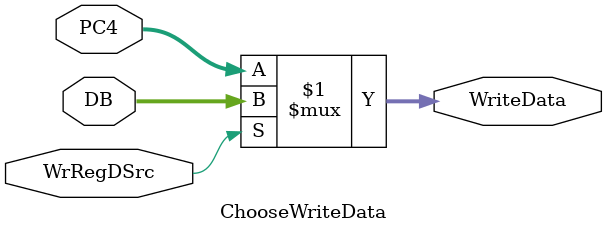
<source format=v>
module ChooseWriteData(
	input [31:0] PC4,
	input [31:0] DB,
	input WrRegDSrc,
	output [31:0] WriteData
);
    assign WriteData=WrRegDSrc?DB:PC4;
endmodule
</source>
